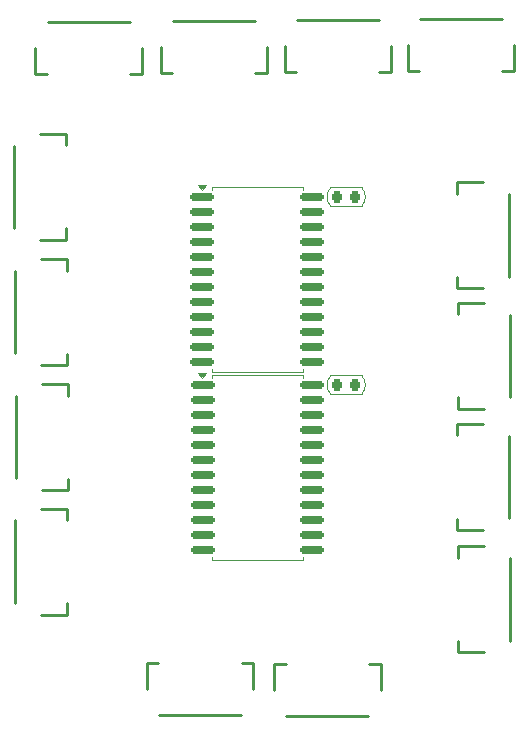
<source format=gbr>
%TF.GenerationSoftware,KiCad,Pcbnew,9.0.0*%
%TF.CreationDate,2025-04-21T19:22:59+08:00*%
%TF.ProjectId,transform,7472616e-7366-46f7-926d-2e6b69636164,rev?*%
%TF.SameCoordinates,Original*%
%TF.FileFunction,Legend,Top*%
%TF.FilePolarity,Positive*%
%FSLAX46Y46*%
G04 Gerber Fmt 4.6, Leading zero omitted, Abs format (unit mm)*
G04 Created by KiCad (PCBNEW 9.0.0) date 2025-04-21 19:22:59*
%MOMM*%
%LPD*%
G01*
G04 APERTURE LIST*
G04 Aperture macros list*
%AMRoundRect*
0 Rectangle with rounded corners*
0 $1 Rounding radius*
0 $2 $3 $4 $5 $6 $7 $8 $9 X,Y pos of 4 corners*
0 Add a 4 corners polygon primitive as box body*
4,1,4,$2,$3,$4,$5,$6,$7,$8,$9,$2,$3,0*
0 Add four circle primitives for the rounded corners*
1,1,$1+$1,$2,$3*
1,1,$1+$1,$4,$5*
1,1,$1+$1,$6,$7*
1,1,$1+$1,$8,$9*
0 Add four rect primitives between the rounded corners*
20,1,$1+$1,$2,$3,$4,$5,0*
20,1,$1+$1,$4,$5,$6,$7,0*
20,1,$1+$1,$6,$7,$8,$9,0*
20,1,$1+$1,$8,$9,$2,$3,0*%
G04 Aperture macros list end*
%ADD10C,0.254000*%
%ADD11C,0.120000*%
%ADD12R,1.200000X1.800000*%
%ADD13R,0.600000X1.550000*%
%ADD14R,1.550000X0.600000*%
%ADD15R,1.800000X1.200000*%
%ADD16RoundRect,0.150000X-0.875000X-0.150000X0.875000X-0.150000X0.875000X0.150000X-0.875000X0.150000X0*%
%ADD17RoundRect,0.225000X-0.225000X-0.250000X0.225000X-0.250000X0.225000X0.250000X-0.225000X0.250000X0*%
G04 APERTURE END LIST*
D10*
%TO.C,J17*%
X76476000Y-82758660D02*
X76476000Y-80558660D01*
X76476000Y-82758660D02*
X77458000Y-82758660D01*
X84481670Y-78358660D02*
X77514670Y-78358660D01*
X85476000Y-82758660D02*
X84496000Y-82758660D01*
X85476000Y-82758660D02*
X85476000Y-80558660D01*
%TO.C,J11*%
X47656990Y-119800000D02*
X45456990Y-119800000D01*
X47656990Y-119800000D02*
X47656990Y-120780000D01*
X43256990Y-120794330D02*
X43256990Y-127761330D01*
X47656990Y-128800000D02*
X47656990Y-127818000D01*
X47656990Y-128800000D02*
X45456990Y-128800000D01*
%TO.C,J14*%
X47560000Y-88056990D02*
X45360000Y-88056990D01*
X47560000Y-88056990D02*
X47560000Y-89036990D01*
X43160000Y-89051320D02*
X43160000Y-96018320D01*
X47560000Y-97056990D02*
X47560000Y-96074990D01*
X47560000Y-97056990D02*
X45360000Y-97056990D01*
%TO.C,J22*%
X80760000Y-122954660D02*
X82960000Y-122954660D01*
X80760000Y-122954660D02*
X80760000Y-123936660D01*
X85160000Y-130960330D02*
X85160000Y-123993330D01*
X80760000Y-131954660D02*
X80760000Y-130974660D01*
X80760000Y-131954660D02*
X82960000Y-131954660D01*
%TO.C,J12*%
X47720000Y-118256990D02*
X45520000Y-118256990D01*
X47720000Y-118256990D02*
X47720000Y-117274990D01*
X43320000Y-110251320D02*
X43320000Y-117218320D01*
X47720000Y-109256990D02*
X47720000Y-110236990D01*
X47720000Y-109256990D02*
X45520000Y-109256990D01*
%TO.C,J13*%
X47640000Y-107656990D02*
X45440000Y-107656990D01*
X47640000Y-107656990D02*
X47640000Y-106674990D01*
X43240000Y-99651320D02*
X43240000Y-106618320D01*
X47640000Y-98656990D02*
X47640000Y-99636990D01*
X47640000Y-98656990D02*
X45440000Y-98656990D01*
%TO.C,J15*%
X44973670Y-82958660D02*
X44973670Y-80758660D01*
X44973670Y-82958660D02*
X45955670Y-82958660D01*
X52979340Y-78558660D02*
X46012340Y-78558660D01*
X53973670Y-82958660D02*
X52993670Y-82958660D01*
X53973670Y-82958660D02*
X53973670Y-80758660D01*
%TO.C,J16*%
X55573670Y-82878660D02*
X55573670Y-80678660D01*
X55573670Y-82878660D02*
X56555670Y-82878660D01*
X63579340Y-78478660D02*
X56612340Y-78478660D01*
X64573670Y-82878660D02*
X63593670Y-82878660D01*
X64573670Y-82878660D02*
X64573670Y-80678660D01*
D11*
%TO.C,U8*%
X59042500Y-92840000D02*
X58702500Y-92370000D01*
X59382500Y-92370000D01*
X59042500Y-92840000D01*
G36*
X59042500Y-92840000D02*
G01*
X58702500Y-92370000D01*
X59382500Y-92370000D01*
X59042500Y-92840000D01*
G37*
X67615000Y-108195000D02*
X67615000Y-107930000D01*
X67615000Y-92575000D02*
X67615000Y-92840000D01*
X63755000Y-108195000D02*
X67615000Y-108195000D01*
X63755000Y-108195000D02*
X59895000Y-108195000D01*
X63755000Y-92575000D02*
X67615000Y-92575000D01*
X63755000Y-92575000D02*
X59895000Y-92575000D01*
X59895000Y-108195000D02*
X59895000Y-107930000D01*
X59895000Y-92575000D02*
X59895000Y-92840000D01*
D10*
%TO.C,J21*%
X80664000Y-121610485D02*
X82864000Y-121610485D01*
X80664000Y-121610485D02*
X80664000Y-120630485D01*
X85064000Y-120616155D02*
X85064000Y-113649155D01*
X80664000Y-112610485D02*
X80664000Y-113592485D01*
X80664000Y-112610485D02*
X82864000Y-112610485D01*
%TO.C,J20*%
X80768000Y-111354660D02*
X82968000Y-111354660D01*
X80768000Y-111354660D02*
X80768000Y-110374660D01*
X85168000Y-110360330D02*
X85168000Y-103393330D01*
X80768000Y-102354660D02*
X80768000Y-103336660D01*
X80768000Y-102354660D02*
X82968000Y-102354660D01*
%TO.C,J19*%
X80672000Y-101154660D02*
X82872000Y-101154660D01*
X80672000Y-101154660D02*
X80672000Y-100174660D01*
X85072000Y-100160330D02*
X85072000Y-93193330D01*
X80672000Y-92154660D02*
X80672000Y-93136660D01*
X80672000Y-92154660D02*
X82872000Y-92154660D01*
%TO.C,J18*%
X75076000Y-82854660D02*
X75076000Y-80654660D01*
X75076000Y-82854660D02*
X74096000Y-82854660D01*
X74081670Y-78454660D02*
X67114670Y-78454660D01*
X66076000Y-82854660D02*
X67058000Y-82854660D01*
X66076000Y-82854660D02*
X66076000Y-80654660D01*
%TO.C,J10*%
X65200000Y-132950000D02*
X65200000Y-135150000D01*
X65200000Y-132950000D02*
X66180000Y-132950000D01*
X66194330Y-137350000D02*
X73161330Y-137350000D01*
X74200000Y-132950000D02*
X73218000Y-132950000D01*
X74200000Y-132950000D02*
X74200000Y-135150000D01*
%TO.C,J6*%
X54400000Y-132847670D02*
X54400000Y-135047670D01*
X54400000Y-132847670D02*
X55380000Y-132847670D01*
X55394330Y-137247670D02*
X62361330Y-137247670D01*
X63400000Y-132847670D02*
X62418000Y-132847670D01*
X63400000Y-132847670D02*
X63400000Y-135047670D01*
D11*
%TO.C,U9*%
X59910000Y-108495000D02*
X59910000Y-108760000D01*
X59910000Y-124115000D02*
X59910000Y-123850000D01*
X63770000Y-108495000D02*
X59910000Y-108495000D01*
X63770000Y-108495000D02*
X67630000Y-108495000D01*
X63770000Y-124115000D02*
X59910000Y-124115000D01*
X63770000Y-124115000D02*
X67630000Y-124115000D01*
X67630000Y-108495000D02*
X67630000Y-108760000D01*
X67630000Y-124115000D02*
X67630000Y-123850000D01*
X59057500Y-108760000D02*
X58717500Y-108290000D01*
X59397500Y-108290000D01*
X59057500Y-108760000D01*
G36*
X59057500Y-108760000D02*
G01*
X58717500Y-108290000D01*
X59397500Y-108290000D01*
X59057500Y-108760000D01*
G37*
%TO.C,C43*%
X69979939Y-110120008D02*
X72579939Y-110120006D01*
X72579939Y-108520004D02*
X69979939Y-108520006D01*
X69979939Y-110120008D02*
G75*
G02*
X69979939Y-108520006I840224J800001D01*
G01*
X72579939Y-108520004D02*
G75*
G02*
X72579939Y-110120006I-840224J-800001D01*
G01*
%TO.C,C42*%
X69979939Y-94200004D02*
X72579939Y-94200002D01*
X72579939Y-92600000D02*
X69979939Y-92600002D01*
X69979939Y-94200004D02*
G75*
G02*
X69979939Y-92600002I840224J800001D01*
G01*
X72579939Y-92600000D02*
G75*
G02*
X72579939Y-94200002I-840224J-800001D01*
G01*
%TD*%
%LPC*%
D12*
%TO.C,J17*%
X76676000Y-79360990D03*
X85276000Y-79360990D03*
D13*
X77976000Y-83235990D03*
X78976000Y-83235990D03*
X79976000Y-83235990D03*
X80976000Y-83235990D03*
X81976000Y-83235990D03*
X82976000Y-83235990D03*
X83976000Y-83235990D03*
%TD*%
D14*
%TO.C,J11*%
X48134320Y-121300000D03*
X48134320Y-122300000D03*
X48134320Y-123300000D03*
X48134320Y-124300000D03*
X48134320Y-125300000D03*
X48134320Y-126300000D03*
X48134320Y-127300000D03*
D15*
X44259320Y-120000000D03*
X44259320Y-128600000D03*
%TD*%
D14*
%TO.C,J14*%
X48037330Y-89556990D03*
X48037330Y-90556990D03*
X48037330Y-91556990D03*
X48037330Y-92556990D03*
X48037330Y-93556990D03*
X48037330Y-94556990D03*
X48037330Y-95556990D03*
D15*
X44162330Y-88256990D03*
X44162330Y-96856990D03*
%TD*%
%TO.C,J22*%
X84157670Y-123154660D03*
X84157670Y-131754660D03*
D14*
X80282670Y-124454660D03*
X80282670Y-125454660D03*
X80282670Y-126454660D03*
X80282670Y-127454660D03*
X80282670Y-128454660D03*
X80282670Y-129454660D03*
X80282670Y-130454660D03*
%TD*%
D15*
%TO.C,J12*%
X44322330Y-118056990D03*
X44322330Y-109456990D03*
D14*
X48197330Y-116756990D03*
X48197330Y-115756990D03*
X48197330Y-114756990D03*
X48197330Y-113756990D03*
X48197330Y-112756990D03*
X48197330Y-111756990D03*
X48197330Y-110756990D03*
%TD*%
D15*
%TO.C,J13*%
X44242330Y-107456990D03*
X44242330Y-98856990D03*
D14*
X48117330Y-106156990D03*
X48117330Y-105156990D03*
X48117330Y-104156990D03*
X48117330Y-103156990D03*
X48117330Y-102156990D03*
X48117330Y-101156990D03*
X48117330Y-100156990D03*
%TD*%
D12*
%TO.C,J15*%
X45173670Y-79560990D03*
X53773670Y-79560990D03*
D13*
X46473670Y-83435990D03*
X47473670Y-83435990D03*
X48473670Y-83435990D03*
X49473670Y-83435990D03*
X50473670Y-83435990D03*
X51473670Y-83435990D03*
X52473670Y-83435990D03*
%TD*%
D12*
%TO.C,J16*%
X55773670Y-79480990D03*
X64373670Y-79480990D03*
D13*
X57073670Y-83355990D03*
X58073670Y-83355990D03*
X59073670Y-83355990D03*
X60073670Y-83355990D03*
X61073670Y-83355990D03*
X62073670Y-83355990D03*
X63073670Y-83355990D03*
%TD*%
D16*
%TO.C,U8*%
X68405000Y-93400000D03*
X68405000Y-94670000D03*
X68405000Y-95940000D03*
X68405000Y-97210000D03*
X68405000Y-98480000D03*
X68405000Y-99750000D03*
X68405000Y-101020000D03*
X68405000Y-102290000D03*
X68405000Y-103560000D03*
X68405000Y-104830000D03*
X68405000Y-106100000D03*
X68405000Y-107370000D03*
X59105000Y-107370000D03*
X59105000Y-106100000D03*
X59105000Y-104830000D03*
X59105000Y-103560000D03*
X59105000Y-102290000D03*
X59105000Y-101020000D03*
X59105000Y-99750000D03*
X59105000Y-98480000D03*
X59105000Y-97210000D03*
X59105000Y-95940000D03*
X59105000Y-94670000D03*
X59105000Y-93400000D03*
%TD*%
D14*
%TO.C,J21*%
X80186670Y-120110485D03*
X80186670Y-119110485D03*
X80186670Y-118110485D03*
X80186670Y-117110485D03*
X80186670Y-116110485D03*
X80186670Y-115110485D03*
X80186670Y-114110485D03*
D15*
X84061670Y-121410485D03*
X84061670Y-112810485D03*
%TD*%
D14*
%TO.C,J20*%
X80290670Y-109854660D03*
X80290670Y-108854660D03*
X80290670Y-107854660D03*
X80290670Y-106854660D03*
X80290670Y-105854660D03*
X80290670Y-104854660D03*
X80290670Y-103854660D03*
D15*
X84165670Y-111154660D03*
X84165670Y-102554660D03*
%TD*%
D14*
%TO.C,J19*%
X80194670Y-99654660D03*
X80194670Y-98654660D03*
X80194670Y-97654660D03*
X80194670Y-96654660D03*
X80194670Y-95654660D03*
X80194670Y-94654660D03*
X80194670Y-93654660D03*
D15*
X84069670Y-100954660D03*
X84069670Y-92354660D03*
%TD*%
D13*
%TO.C,J18*%
X73576000Y-83331990D03*
X72576000Y-83331990D03*
X71576000Y-83331990D03*
X70576000Y-83331990D03*
X69576000Y-83331990D03*
X68576000Y-83331990D03*
X67576000Y-83331990D03*
D12*
X74876000Y-79456990D03*
X66276000Y-79456990D03*
%TD*%
D13*
%TO.C,J10*%
X66700000Y-132472670D03*
X67700000Y-132472670D03*
X68700000Y-132472670D03*
X69700000Y-132472670D03*
X70700000Y-132472670D03*
X71700000Y-132472670D03*
X72700000Y-132472670D03*
D12*
X65400000Y-136347670D03*
X74000000Y-136347670D03*
%TD*%
D13*
%TO.C,J6*%
X55900000Y-132370340D03*
X56900000Y-132370340D03*
X57900000Y-132370340D03*
X58900000Y-132370340D03*
X59900000Y-132370340D03*
X60900000Y-132370340D03*
X61900000Y-132370340D03*
D12*
X54600000Y-136245340D03*
X63200000Y-136245340D03*
%TD*%
D16*
%TO.C,U9*%
X59120000Y-109320000D03*
X59120000Y-110590000D03*
X59120000Y-111860000D03*
X59120000Y-113130000D03*
X59120000Y-114400000D03*
X59120000Y-115670000D03*
X59120000Y-116940000D03*
X59120000Y-118210000D03*
X59120000Y-119480000D03*
X59120000Y-120750000D03*
X59120000Y-122020000D03*
X59120000Y-123290000D03*
X68420000Y-123290000D03*
X68420000Y-122020000D03*
X68420000Y-120750000D03*
X68420000Y-119480000D03*
X68420000Y-118210000D03*
X68420000Y-116940000D03*
X68420000Y-115670000D03*
X68420000Y-114400000D03*
X68420000Y-113130000D03*
X68420000Y-111860000D03*
X68420000Y-110590000D03*
X68420000Y-109320000D03*
%TD*%
D17*
%TO.C,C43*%
X70504939Y-109320006D03*
X72054939Y-109320006D03*
%TD*%
%TO.C,C42*%
X70504939Y-93400002D03*
X72054939Y-93400002D03*
%TD*%
%LPD*%
M02*

</source>
